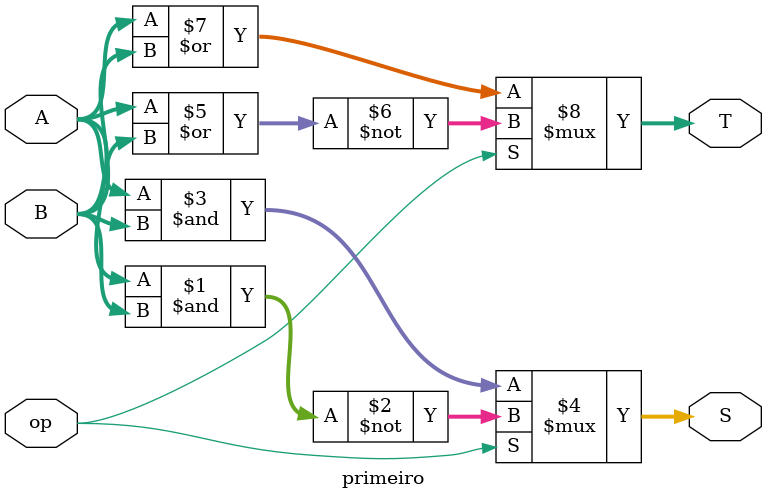
<source format=v>
module primeiro (
A, B, op, S, T
);

	input [3:0] A, B;
	input op;
	output [3:0] S, T;
	
	assign S = (op) ? ~(A & B) : (A & B);
	assign T = (op) ? ~(A | B) : (A | B);
endmodule
</source>
